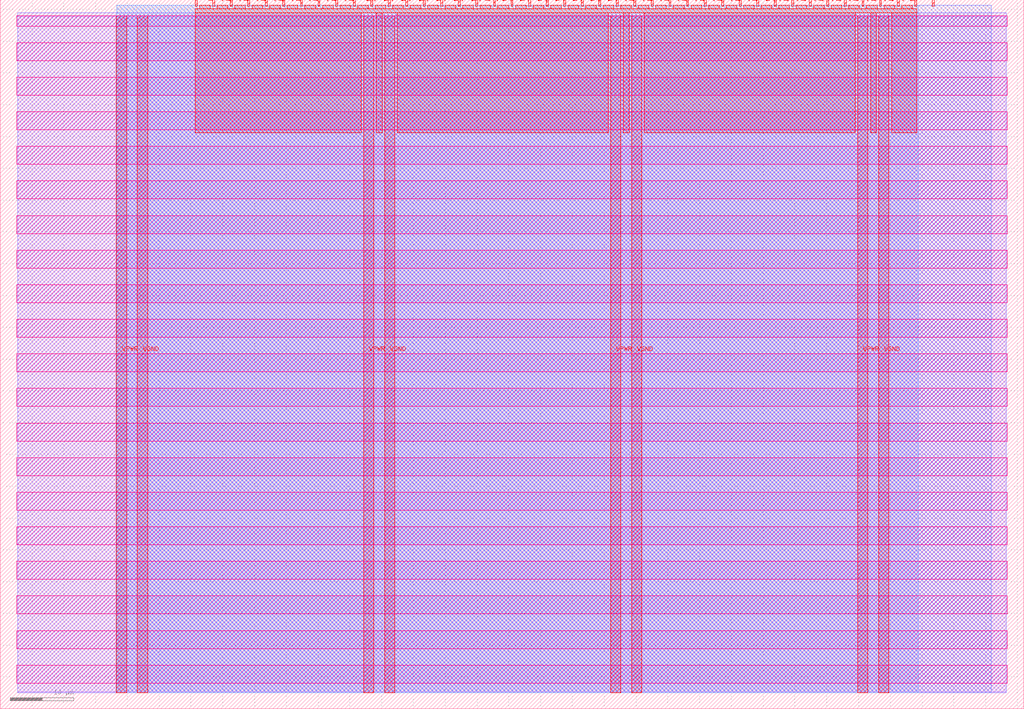
<source format=lef>
VERSION 5.7 ;
  NOWIREEXTENSIONATPIN ON ;
  DIVIDERCHAR "/" ;
  BUSBITCHARS "[]" ;
MACRO tt_um_mac
  CLASS BLOCK ;
  FOREIGN tt_um_mac ;
  ORIGIN 0.000 0.000 ;
  SIZE 161.000 BY 111.520 ;
  PIN VGND
    DIRECTION INOUT ;
    USE GROUND ;
    PORT
      LAYER met4 ;
        RECT 21.580 2.480 23.180 109.040 ;
    END
    PORT
      LAYER met4 ;
        RECT 60.450 2.480 62.050 109.040 ;
    END
    PORT
      LAYER met4 ;
        RECT 99.320 2.480 100.920 109.040 ;
    END
    PORT
      LAYER met4 ;
        RECT 138.190 2.480 139.790 109.040 ;
    END
  END VGND
  PIN VPWR
    DIRECTION INOUT ;
    USE POWER ;
    PORT
      LAYER met4 ;
        RECT 18.280 2.480 19.880 109.040 ;
    END
    PORT
      LAYER met4 ;
        RECT 57.150 2.480 58.750 109.040 ;
    END
    PORT
      LAYER met4 ;
        RECT 96.020 2.480 97.620 109.040 ;
    END
    PORT
      LAYER met4 ;
        RECT 134.890 2.480 136.490 109.040 ;
    END
  END VPWR
  PIN clk
    DIRECTION INPUT ;
    USE SIGNAL ;
    ANTENNAGATEAREA 0.852000 ;
    PORT
      LAYER met4 ;
        RECT 143.830 110.520 144.130 111.520 ;
    END
  END clk
  PIN ena
    DIRECTION INPUT ;
    USE SIGNAL ;
    PORT
      LAYER met4 ;
        RECT 146.590 110.520 146.890 111.520 ;
    END
  END ena
  PIN rst_n
    DIRECTION INPUT ;
    USE SIGNAL ;
    ANTENNAGATEAREA 0.196500 ;
    PORT
      LAYER met4 ;
        RECT 141.070 110.520 141.370 111.520 ;
    END
  END rst_n
  PIN ui_in[0]
    DIRECTION INPUT ;
    USE SIGNAL ;
    ANTENNAGATEAREA 0.196500 ;
    PORT
      LAYER met4 ;
        RECT 138.310 110.520 138.610 111.520 ;
    END
  END ui_in[0]
  PIN ui_in[1]
    DIRECTION INPUT ;
    USE SIGNAL ;
    ANTENNAGATEAREA 0.196500 ;
    PORT
      LAYER met4 ;
        RECT 135.550 110.520 135.850 111.520 ;
    END
  END ui_in[1]
  PIN ui_in[2]
    DIRECTION INPUT ;
    USE SIGNAL ;
    ANTENNAGATEAREA 0.213000 ;
    PORT
      LAYER met4 ;
        RECT 132.790 110.520 133.090 111.520 ;
    END
  END ui_in[2]
  PIN ui_in[3]
    DIRECTION INPUT ;
    USE SIGNAL ;
    ANTENNAGATEAREA 0.196500 ;
    PORT
      LAYER met4 ;
        RECT 130.030 110.520 130.330 111.520 ;
    END
  END ui_in[3]
  PIN ui_in[4]
    DIRECTION INPUT ;
    USE SIGNAL ;
    PORT
      LAYER met4 ;
        RECT 127.270 110.520 127.570 111.520 ;
    END
  END ui_in[4]
  PIN ui_in[5]
    DIRECTION INPUT ;
    USE SIGNAL ;
    PORT
      LAYER met4 ;
        RECT 124.510 110.520 124.810 111.520 ;
    END
  END ui_in[5]
  PIN ui_in[6]
    DIRECTION INPUT ;
    USE SIGNAL ;
    PORT
      LAYER met4 ;
        RECT 121.750 110.520 122.050 111.520 ;
    END
  END ui_in[6]
  PIN ui_in[7]
    DIRECTION INPUT ;
    USE SIGNAL ;
    PORT
      LAYER met4 ;
        RECT 118.990 110.520 119.290 111.520 ;
    END
  END ui_in[7]
  PIN uio_in[0]
    DIRECTION INPUT ;
    USE SIGNAL ;
    ANTENNAGATEAREA 0.126000 ;
    PORT
      LAYER met4 ;
        RECT 116.230 110.520 116.530 111.520 ;
    END
  END uio_in[0]
  PIN uio_in[1]
    DIRECTION INPUT ;
    USE SIGNAL ;
    ANTENNAGATEAREA 0.196500 ;
    PORT
      LAYER met4 ;
        RECT 113.470 110.520 113.770 111.520 ;
    END
  END uio_in[1]
  PIN uio_in[2]
    DIRECTION INPUT ;
    USE SIGNAL ;
    ANTENNAGATEAREA 0.196500 ;
    PORT
      LAYER met4 ;
        RECT 110.710 110.520 111.010 111.520 ;
    END
  END uio_in[2]
  PIN uio_in[3]
    DIRECTION INPUT ;
    USE SIGNAL ;
    ANTENNAGATEAREA 0.196500 ;
    PORT
      LAYER met4 ;
        RECT 107.950 110.520 108.250 111.520 ;
    END
  END uio_in[3]
  PIN uio_in[4]
    DIRECTION INPUT ;
    USE SIGNAL ;
    PORT
      LAYER met4 ;
        RECT 105.190 110.520 105.490 111.520 ;
    END
  END uio_in[4]
  PIN uio_in[5]
    DIRECTION INPUT ;
    USE SIGNAL ;
    PORT
      LAYER met4 ;
        RECT 102.430 110.520 102.730 111.520 ;
    END
  END uio_in[5]
  PIN uio_in[6]
    DIRECTION INPUT ;
    USE SIGNAL ;
    PORT
      LAYER met4 ;
        RECT 99.670 110.520 99.970 111.520 ;
    END
  END uio_in[6]
  PIN uio_in[7]
    DIRECTION INPUT ;
    USE SIGNAL ;
    PORT
      LAYER met4 ;
        RECT 96.910 110.520 97.210 111.520 ;
    END
  END uio_in[7]
  PIN uio_oe[0]
    DIRECTION OUTPUT ;
    USE SIGNAL ;
    ANTENNADIFFAREA 0.445500 ;
    PORT
      LAYER met4 ;
        RECT 49.990 110.520 50.290 111.520 ;
    END
  END uio_oe[0]
  PIN uio_oe[1]
    DIRECTION OUTPUT ;
    USE SIGNAL ;
    ANTENNADIFFAREA 0.445500 ;
    PORT
      LAYER met4 ;
        RECT 47.230 110.520 47.530 111.520 ;
    END
  END uio_oe[1]
  PIN uio_oe[2]
    DIRECTION OUTPUT ;
    USE SIGNAL ;
    ANTENNADIFFAREA 0.445500 ;
    PORT
      LAYER met4 ;
        RECT 44.470 110.520 44.770 111.520 ;
    END
  END uio_oe[2]
  PIN uio_oe[3]
    DIRECTION OUTPUT ;
    USE SIGNAL ;
    ANTENNADIFFAREA 0.445500 ;
    PORT
      LAYER met4 ;
        RECT 41.710 110.520 42.010 111.520 ;
    END
  END uio_oe[3]
  PIN uio_oe[4]
    DIRECTION OUTPUT ;
    USE SIGNAL ;
    ANTENNADIFFAREA 0.445500 ;
    PORT
      LAYER met4 ;
        RECT 38.950 110.520 39.250 111.520 ;
    END
  END uio_oe[4]
  PIN uio_oe[5]
    DIRECTION OUTPUT ;
    USE SIGNAL ;
    ANTENNADIFFAREA 0.445500 ;
    PORT
      LAYER met4 ;
        RECT 36.190 110.520 36.490 111.520 ;
    END
  END uio_oe[5]
  PIN uio_oe[6]
    DIRECTION OUTPUT ;
    USE SIGNAL ;
    ANTENNADIFFAREA 0.445500 ;
    PORT
      LAYER met4 ;
        RECT 33.430 110.520 33.730 111.520 ;
    END
  END uio_oe[6]
  PIN uio_oe[7]
    DIRECTION OUTPUT ;
    USE SIGNAL ;
    ANTENNADIFFAREA 0.445500 ;
    PORT
      LAYER met4 ;
        RECT 30.670 110.520 30.970 111.520 ;
    END
  END uio_oe[7]
  PIN uio_out[0]
    DIRECTION OUTPUT ;
    USE SIGNAL ;
    ANTENNADIFFAREA 0.445500 ;
    PORT
      LAYER met4 ;
        RECT 72.070 110.520 72.370 111.520 ;
    END
  END uio_out[0]
  PIN uio_out[1]
    DIRECTION OUTPUT ;
    USE SIGNAL ;
    ANTENNADIFFAREA 0.445500 ;
    PORT
      LAYER met4 ;
        RECT 69.310 110.520 69.610 111.520 ;
    END
  END uio_out[1]
  PIN uio_out[2]
    DIRECTION OUTPUT ;
    USE SIGNAL ;
    ANTENNADIFFAREA 0.445500 ;
    PORT
      LAYER met4 ;
        RECT 66.550 110.520 66.850 111.520 ;
    END
  END uio_out[2]
  PIN uio_out[3]
    DIRECTION OUTPUT ;
    USE SIGNAL ;
    ANTENNADIFFAREA 0.445500 ;
    PORT
      LAYER met4 ;
        RECT 63.790 110.520 64.090 111.520 ;
    END
  END uio_out[3]
  PIN uio_out[4]
    DIRECTION OUTPUT ;
    USE SIGNAL ;
    ANTENNADIFFAREA 0.445500 ;
    PORT
      LAYER met4 ;
        RECT 61.030 110.520 61.330 111.520 ;
    END
  END uio_out[4]
  PIN uio_out[5]
    DIRECTION OUTPUT ;
    USE SIGNAL ;
    ANTENNADIFFAREA 0.445500 ;
    PORT
      LAYER met4 ;
        RECT 58.270 110.520 58.570 111.520 ;
    END
  END uio_out[5]
  PIN uio_out[6]
    DIRECTION OUTPUT ;
    USE SIGNAL ;
    ANTENNADIFFAREA 0.445500 ;
    PORT
      LAYER met4 ;
        RECT 55.510 110.520 55.810 111.520 ;
    END
  END uio_out[6]
  PIN uio_out[7]
    DIRECTION OUTPUT ;
    USE SIGNAL ;
    ANTENNADIFFAREA 0.445500 ;
    PORT
      LAYER met4 ;
        RECT 52.750 110.520 53.050 111.520 ;
    END
  END uio_out[7]
  PIN uo_out[0]
    DIRECTION OUTPUT ;
    USE SIGNAL ;
    ANTENNAGATEAREA 0.621000 ;
    ANTENNADIFFAREA 0.891000 ;
    PORT
      LAYER met4 ;
        RECT 94.150 110.520 94.450 111.520 ;
    END
  END uo_out[0]
  PIN uo_out[1]
    DIRECTION OUTPUT ;
    USE SIGNAL ;
    ANTENNAGATEAREA 0.621000 ;
    ANTENNADIFFAREA 0.891000 ;
    PORT
      LAYER met4 ;
        RECT 91.390 110.520 91.690 111.520 ;
    END
  END uo_out[1]
  PIN uo_out[2]
    DIRECTION OUTPUT ;
    USE SIGNAL ;
    ANTENNAGATEAREA 0.373500 ;
    ANTENNADIFFAREA 0.891000 ;
    PORT
      LAYER met4 ;
        RECT 88.630 110.520 88.930 111.520 ;
    END
  END uo_out[2]
  PIN uo_out[3]
    DIRECTION OUTPUT ;
    USE SIGNAL ;
    ANTENNAGATEAREA 0.373500 ;
    ANTENNADIFFAREA 0.891000 ;
    PORT
      LAYER met4 ;
        RECT 85.870 110.520 86.170 111.520 ;
    END
  END uo_out[3]
  PIN uo_out[4]
    DIRECTION OUTPUT ;
    USE SIGNAL ;
    ANTENNAGATEAREA 0.373500 ;
    ANTENNADIFFAREA 0.891000 ;
    PORT
      LAYER met4 ;
        RECT 83.110 110.520 83.410 111.520 ;
    END
  END uo_out[4]
  PIN uo_out[5]
    DIRECTION OUTPUT ;
    USE SIGNAL ;
    ANTENNAGATEAREA 0.373500 ;
    ANTENNADIFFAREA 0.891000 ;
    PORT
      LAYER met4 ;
        RECT 80.350 110.520 80.650 111.520 ;
    END
  END uo_out[5]
  PIN uo_out[6]
    DIRECTION OUTPUT ;
    USE SIGNAL ;
    ANTENNAGATEAREA 0.373500 ;
    ANTENNADIFFAREA 0.891000 ;
    PORT
      LAYER met4 ;
        RECT 77.590 110.520 77.890 111.520 ;
    END
  END uo_out[6]
  PIN uo_out[7]
    DIRECTION OUTPUT ;
    USE SIGNAL ;
    ANTENNAGATEAREA 0.495000 ;
    ANTENNADIFFAREA 0.891000 ;
    PORT
      LAYER met4 ;
        RECT 74.830 110.520 75.130 111.520 ;
    END
  END uo_out[7]
  OBS
      LAYER nwell ;
        RECT 2.570 107.385 158.430 108.990 ;
        RECT 2.570 101.945 158.430 104.775 ;
        RECT 2.570 96.505 158.430 99.335 ;
        RECT 2.570 91.065 158.430 93.895 ;
        RECT 2.570 85.625 158.430 88.455 ;
        RECT 2.570 80.185 158.430 83.015 ;
        RECT 2.570 74.745 158.430 77.575 ;
        RECT 2.570 69.305 158.430 72.135 ;
        RECT 2.570 63.865 158.430 66.695 ;
        RECT 2.570 58.425 158.430 61.255 ;
        RECT 2.570 52.985 158.430 55.815 ;
        RECT 2.570 47.545 158.430 50.375 ;
        RECT 2.570 42.105 158.430 44.935 ;
        RECT 2.570 36.665 158.430 39.495 ;
        RECT 2.570 31.225 158.430 34.055 ;
        RECT 2.570 25.785 158.430 28.615 ;
        RECT 2.570 20.345 158.430 23.175 ;
        RECT 2.570 14.905 158.430 17.735 ;
        RECT 2.570 9.465 158.430 12.295 ;
        RECT 2.570 4.025 158.430 6.855 ;
      LAYER li1 ;
        RECT 2.760 2.635 158.240 108.885 ;
      LAYER met1 ;
        RECT 2.760 2.480 158.240 109.440 ;
      LAYER met2 ;
        RECT 18.310 2.535 155.840 110.685 ;
      LAYER met3 ;
        RECT 18.290 2.555 144.370 110.665 ;
      LAYER met4 ;
        RECT 31.370 110.120 33.030 110.665 ;
        RECT 34.130 110.120 35.790 110.665 ;
        RECT 36.890 110.120 38.550 110.665 ;
        RECT 39.650 110.120 41.310 110.665 ;
        RECT 42.410 110.120 44.070 110.665 ;
        RECT 45.170 110.120 46.830 110.665 ;
        RECT 47.930 110.120 49.590 110.665 ;
        RECT 50.690 110.120 52.350 110.665 ;
        RECT 53.450 110.120 55.110 110.665 ;
        RECT 56.210 110.120 57.870 110.665 ;
        RECT 58.970 110.120 60.630 110.665 ;
        RECT 61.730 110.120 63.390 110.665 ;
        RECT 64.490 110.120 66.150 110.665 ;
        RECT 67.250 110.120 68.910 110.665 ;
        RECT 70.010 110.120 71.670 110.665 ;
        RECT 72.770 110.120 74.430 110.665 ;
        RECT 75.530 110.120 77.190 110.665 ;
        RECT 78.290 110.120 79.950 110.665 ;
        RECT 81.050 110.120 82.710 110.665 ;
        RECT 83.810 110.120 85.470 110.665 ;
        RECT 86.570 110.120 88.230 110.665 ;
        RECT 89.330 110.120 90.990 110.665 ;
        RECT 92.090 110.120 93.750 110.665 ;
        RECT 94.850 110.120 96.510 110.665 ;
        RECT 97.610 110.120 99.270 110.665 ;
        RECT 100.370 110.120 102.030 110.665 ;
        RECT 103.130 110.120 104.790 110.665 ;
        RECT 105.890 110.120 107.550 110.665 ;
        RECT 108.650 110.120 110.310 110.665 ;
        RECT 111.410 110.120 113.070 110.665 ;
        RECT 114.170 110.120 115.830 110.665 ;
        RECT 116.930 110.120 118.590 110.665 ;
        RECT 119.690 110.120 121.350 110.665 ;
        RECT 122.450 110.120 124.110 110.665 ;
        RECT 125.210 110.120 126.870 110.665 ;
        RECT 127.970 110.120 129.630 110.665 ;
        RECT 130.730 110.120 132.390 110.665 ;
        RECT 133.490 110.120 135.150 110.665 ;
        RECT 136.250 110.120 137.910 110.665 ;
        RECT 139.010 110.120 140.670 110.665 ;
        RECT 141.770 110.120 143.430 110.665 ;
        RECT 30.655 109.440 144.145 110.120 ;
        RECT 30.655 90.615 56.750 109.440 ;
        RECT 59.150 90.615 60.050 109.440 ;
        RECT 62.450 90.615 95.620 109.440 ;
        RECT 98.020 90.615 98.920 109.440 ;
        RECT 101.320 90.615 134.490 109.440 ;
        RECT 136.890 90.615 137.790 109.440 ;
        RECT 140.190 90.615 144.145 109.440 ;
  END
END tt_um_mac
END LIBRARY


</source>
